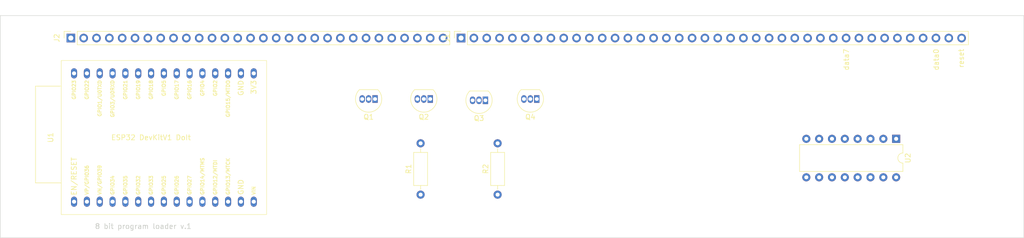
<source format=kicad_pcb>
(kicad_pcb (version 20221018) (generator pcbnew)
  (layers (0 "F.Cu" signal) (31 "B.Cu" signal) (34 "B.Paste" user) (35 "F.Paste" user) (36 "B.SilkS" user "B.Silkscreen") (37 "F.SilkS" user "F.Silkscreen") (38 "B.Mask" user) (39 "F.Mask" user) (44 "Edge.Cuts" user))
  (net 0 "")
  (net 9 "Halt")
  (net 54 "Halt CTL")
  (net 55 "Data7")
  (net 56 "Data6")
  (net 57 "Program CTL")
  (net 58 "Program")
  (net 62 "Data5")
  (net 83 "Data4")
  (net 84 "Data3")
  (net 85 "Data2")
  (net 86 "Data1")
  (net 87 "GND")
  (net 94 "+5V")
  (net 95 "Data0")
  (net 96 "Addr0")
  (net 97 "Addr1")
  (net 98 "Addr2")
  (net 99 "Addr3")
  (net 100 "Reset CTL")
  (net 101 "Write")
  (net 102 "Reset")
  (net 103 "Write CTL")
  (footprint "Package_TO_SOT_THT:TO-92_Inline" (layer "F.Cu") (at 94.234 41.402 180)
    (fp_text reference "Q1" (at 1.27 -3.56) (layer "F.SilkS"))
    (fp_text value "PN2222A")
    (fp_line (start -0.53 1.85) (end 3.07 1.85) (stroke (width 0.12)) (layer "F.SilkS"))
    (fp_arc (start -0.568478 1.838478) (mid -1.132087 -0.994977) (end 1.27 -2.6) (stroke (width 0.12)) (layer "F.SilkS"))
    (fp_arc (start 1.27 -2.6) (mid 3.672087 -0.994977) (end 3.108478 1.838478) (stroke (width 0.12)) (layer "F.SilkS"))
    (pad "1" thru_hole rect (at 0 0 180) (size 1.05 1.5) (drill 0.75) (layers "*.Cu" "*.Mask") (net 9 "Halt"))
    (pad "2" thru_hole oval (at 1.27 0 180) (size 1.05 1.5) (drill 0.75) (layers "*.Cu" "*.Mask") (net 54 "Halt CTL"))
    (pad "3" thru_hole oval (at 2.54 0 180) (size 1.05 1.5) (drill 0.75) (layers "*.Cu" "*.Mask") (net 94 "+5V"))
  )
  (footprint "Connector_PinSocket_2.54mm:PinSocket_1x30_P2.54mm_Vertical" (layer "F.Cu") (at 34.036 29.337 90)
    (fp_text reference "J2" (at 0 -2.77 90) (layer "F.SilkS"))
    (fp_text value "Conn_01x30_Socket")
    (fp_line (start -1.33 1.27) (end -1.33 74.99) (stroke (width 0.12)) (layer "F.SilkS"))
    (fp_line (start -1.33 1.27) (end 1.33 1.27) (stroke (width 0.12)) (layer "F.SilkS"))
    (fp_line (start -1.33 74.99) (end 1.33 74.99) (stroke (width 0.12)) (layer "F.SilkS"))
    (fp_line (start 0 -1.33) (end 1.33 -1.33) (stroke (width 0.12)) (layer "F.SilkS"))
    (fp_line (start 1.33 -1.33) (end 1.33 0) (stroke (width 0.12)) (layer "F.SilkS"))
    (fp_line (start 1.33 1.27) (end 1.33 74.99) (stroke (width 0.12)) (layer "F.SilkS"))
    (pad "1" thru_hole rect (at 0 0 90) (size 1.7 1.7) (drill 1) (layers "*.Cu" "*.Mask") (net 87 "GND"))
    (pad "2" thru_hole oval (at 0 2.54 90) (size 1.7 1.7) (drill 1) (layers "*.Cu" "*.Mask") (net 94 "+5V"))
    (pad "3" thru_hole oval (at 0 5.08 90) (size 1.7 1.7) (drill 1) (layers "*.Cu" "*.Mask"))
    (pad "4" thru_hole oval (at 0 7.62 90) (size 1.7 1.7) (drill 1) (layers "*.Cu" "*.Mask"))
    (pad "5" thru_hole oval (at 0 10.16 90) (size 1.7 1.7) (drill 1) (layers "*.Cu" "*.Mask"))
    (pad "6" thru_hole oval (at 0 12.7 90) (size 1.7 1.7) (drill 1) (layers "*.Cu" "*.Mask") (net 9 "Halt"))
    (pad "7" thru_hole oval (at 0 15.24 90) (size 1.7 1.7) (drill 1) (layers "*.Cu" "*.Mask"))
    (pad "8" thru_hole oval (at 0 17.78 90) (size 1.7 1.7) (drill 1) (layers "*.Cu" "*.Mask"))
    (pad "9" thru_hole oval (at 0 20.32 90) (size 1.7 1.7) (drill 1) (layers "*.Cu" "*.Mask"))
    (pad "10" thru_hole oval (at 0 22.86 90) (size 1.7 1.7) (drill 1) (layers "*.Cu" "*.Mask"))
    (pad "11" thru_hole oval (at 0 25.4 90) (size 1.7 1.7) (drill 1) (layers "*.Cu" "*.Mask"))
    (pad "12" thru_hole oval (at 0 27.94 90) (size 1.7 1.7) (drill 1) (layers "*.Cu" "*.Mask"))
    (pad "13" thru_hole oval (at 0 30.48 90) (size 1.7 1.7) (drill 1) (layers "*.Cu" "*.Mask"))
    (pad "14" thru_hole oval (at 0 33.02 90) (size 1.7 1.7) (drill 1) (layers "*.Cu" "*.Mask") (net 58 "Program"))
    (pad "15" thru_hole oval (at 0 35.56 90) (size 1.7 1.7) (drill 1) (layers "*.Cu" "*.Mask"))
    (pad "16" thru_hole oval (at 0 38.1 90) (size 1.7 1.7) (drill 1) (layers "*.Cu" "*.Mask") (net 96 "Addr0"))
    (pad "17" thru_hole oval (at 0 40.64 90) (size 1.7 1.7) (drill 1) (layers "*.Cu" "*.Mask") (net 97 "Addr1"))
    (pad "18" thru_hole oval (at 0 43.18 90) (size 1.7 1.7) (drill 1) (layers "*.Cu" "*.Mask") (net 98 "Addr2"))
    (pad "19" thru_hole oval (at 0 45.72 90) (size 1.7 1.7) (drill 1) (layers "*.Cu" "*.Mask") (net 99 "Addr3"))
    (pad "20" thru_hole oval (at 0 48.26 90) (size 1.7 1.7) (drill 1) (layers "*.Cu" "*.Mask"))
    (pad "21" thru_hole oval (at 0 50.8 90) (size 1.7 1.7) (drill 1) (layers "*.Cu" "*.Mask"))
    (pad "22" thru_hole oval (at 0 53.34 90) (size 1.7 1.7) (drill 1) (layers "*.Cu" "*.Mask"))
    (pad "23" thru_hole oval (at 0 55.88 90) (size 1.7 1.7) (drill 1) (layers "*.Cu" "*.Mask"))
    (pad "24" thru_hole oval (at 0 58.42 90) (size 1.7 1.7) (drill 1) (layers "*.Cu" "*.Mask"))
    (pad "25" thru_hole oval (at 0 60.96 90) (size 1.7 1.7) (drill 1) (layers "*.Cu" "*.Mask"))
    (pad "26" thru_hole oval (at 0 63.5 90) (size 1.7 1.7) (drill 1) (layers "*.Cu" "*.Mask"))
    (pad "27" thru_hole oval (at 0 66.04 90) (size 1.7 1.7) (drill 1) (layers "*.Cu" "*.Mask"))
    (pad "28" thru_hole oval (at 0 68.58 90) (size 1.7 1.7) (drill 1) (layers "*.Cu" "*.Mask"))
    (pad "29" thru_hole oval (at 0 71.12 90) (size 1.7 1.7) (drill 1) (layers "*.Cu" "*.Mask"))
    (pad "30" thru_hole oval (at 0 73.66 90) (size 1.7 1.7) (drill 1) (layers "*.Cu" "*.Mask"))
  )
  (footprint "Resistor_THT:R_Axial_DIN0207_L6.3mm_D2.5mm_P10.16mm_Horizontal" (layer "F.Cu") (at 118.491 60.325 90)
    (fp_text reference "R2" (at 5.08 -2.37 90) (layer "F.SilkS"))
    (fp_text value "R")
    (fp_line (start 1.04 0) (end 1.81 0) (stroke (width 0.12)) (layer "F.SilkS"))
    (fp_line (start 1.81 -1.37) (end 1.81 1.37) (stroke (width 0.12)) (layer "F.SilkS"))
    (fp_line (start 1.81 1.37) (end 8.35 1.37) (stroke (width 0.12)) (layer "F.SilkS"))
    (fp_line (start 8.35 -1.37) (end 1.81 -1.37) (stroke (width 0.12)) (layer "F.SilkS"))
    (fp_line (start 8.35 1.37) (end 8.35 -1.37) (stroke (width 0.12)) (layer "F.SilkS"))
    (fp_line (start 9.12 0) (end 8.35 0) (stroke (width 0.12)) (layer "F.SilkS"))
    (pad "1" thru_hole circle (at 0 0 90) (size 1.6 1.6) (drill 0.8) (layers "*.Cu" "*.Mask") (net 102 "Reset"))
    (pad "2" thru_hole oval (at 10.16 0 90) (size 1.6 1.6) (drill 0.8) (layers "*.Cu" "*.Mask") (net 87 "GND"))
  )
  (footprint "Package_TO_SOT_THT:TO-92_Inline" (layer "F.Cu") (at 126.238 41.402 180)
    (fp_text reference "Q4" (at 1.27 -3.56) (layer "F.SilkS"))
    (fp_text value "PN2222A")
    (fp_line (start -0.53 1.85) (end 3.07 1.85) (stroke (width 0.12)) (layer "F.SilkS"))
    (fp_arc (start -0.568478 1.838478) (mid -1.132087 -0.994977) (end 1.27 -2.6) (stroke (width 0.12)) (layer "F.SilkS"))
    (fp_arc (start 1.27 -2.6) (mid 3.672087 -0.994977) (end 3.108478 1.838478) (stroke (width 0.12)) (layer "F.SilkS"))
    (pad "1" thru_hole rect (at 0 0 180) (size 1.05 1.5) (drill 0.75) (layers "*.Cu" "*.Mask") (net 102 "Reset"))
    (pad "2" thru_hole oval (at 1.27 0 180) (size 1.05 1.5) (drill 0.75) (layers "*.Cu" "*.Mask") (net 100 "Reset CTL"))
    (pad "3" thru_hole oval (at 2.54 0 180) (size 1.05 1.5) (drill 0.75) (layers "*.Cu" "*.Mask") (net 94 "+5V"))
  )
  (footprint "project:ESP32 DevKitV1 DoIt" (layer "F.Cu") (at 32.131 64.262 90)
    (fp_text reference "U1" (at 15.24 -2.1 90) (layer "F.SilkS"))
    (fp_text value "ESP32 DevKitV1 DoIt" (at 15.24 17.78 180) (layer "F.SilkS"))
    (fp_text user "GPIO35" (at 3.81 12.7 90 unlocked) (layer "F.SilkS") (effects (font (size 0.7 0.7)) (justify left)))
    (fp_text user "GPIO23" (at 26.67 2.54 90 unlocked) (layer "F.SilkS") (effects (font (size 0.7 0.7)) (justify right)))
    (fp_text user "3V3" (at 26.67 38.1 90 unlocked) (layer "F.SilkS") (effects (justify right)))
    (fp_text user "GND" (at 26.66632 35.56 90 unlocked) (layer "F.SilkS") (effects (justify right)))
    (fp_text user "GPIO26" (at 3.81 22.86 90 unlocked) (layer "F.SilkS") (effects (font (size 0.7 0.7)) (justify left)))
    (fp_text user "GPIO18" (at 26.67 17.78 90 unlocked) (layer "F.SilkS") (effects (font (size 0.7 0.7)) (justify right)))
    (fp_text user "GPIO3/U0RXD" (at 26.67 10.16 90 unlocked) (layer "F.SilkS") (effects (font (size 0.7 0.7)) (justify right)))
    (fp_text user "GPIO33" (at 3.81 17.78 90 unlocked) (layer "F.SilkS") (effects (font (size 0.7 0.7)) (justify left)))
    (fp_text user "GND" (at 3.81 35.56 90 unlocked) (layer "F.SilkS") (effects (justify left)))
    (fp_text user "GPIO34" (at 3.81 10.16 90 unlocked) (layer "F.SilkS") (effects (font (size 0.7 0.7)) (justify left)))
    (fp_text user "GPIO15/MTDO" (at 26.67 33.02 90 unlocked) (layer "F.SilkS") (effects (font (size 0.7 0.7)) (justify right)))
    (fp_text user "GPIO19" (at 26.67 15.24 90 unlocked) (layer "F.SilkS") (effects (font (size 0.7 0.7)) (justify right)))
    (fp_text user "GPIO22" (at 26.67 5.08 90 unlocked) (layer "F.SilkS") (effects (font (size 0.7 0.7)) (justify right)))
    (fp_text user "GPIO17" (at 26.67 22.86 90 unlocked) (layer "F.SilkS") (effects (font (size 0.7 0.7)) (justify right)))
    (fp_text user "GPIO5" (at 26.67 20.32 90 unlocked) (layer "F.SilkS") (effects (font (size 0.7 0.7)) (justify right)))
    (fp_text user "GPIO1/U0TXD" (at 26.67 7.62 90 unlocked) (layer "F.SilkS") (effects (font (size 0.7 0.7)) (justify right)))
    (fp_text user "VN/GPIO39" (at 3.81 7.62 90 unlocked) (layer "F.SilkS") (effects (font (size 0.7 0.7)) (justify left)))
    (fp_text user "GPIO27" (at 3.81 25.4 90 unlocked) (layer "F.SilkS") (effects (font (size 0.7 0.7)) (justify left)))
    (fp_text user "GPIO14/MTMS" (at 3.81 27.94 90 unlocked) (layer "F.SilkS") (effects (font (size 0.7 0.7)) (justify left)))
    (fp_text user "GPIO13/MTCK" (at 3.81 33.02 90 unlocked) (layer "F.SilkS") (effects (font (size 0.7 0.7)) (justify left)))
    (fp_text user "GPIO21" (at 26.67 12.7 90 unlocked) (layer "F.SilkS") (effects (font (size 0.7 0.7)) (justify right)))
    (fp_text user "GPIO16" (at 26.67 25.4 90 unlocked) (layer "F.SilkS") (effects (font (size 0.7 0.7)) (justify right)))
    (fp_text user "GPIO32" (at 3.81 15.24 90 unlocked) (layer "F.SilkS") (effects (font (size 0.7 0.7)) (justify left)))
    (fp_text user "VP/GPIO36" (at 3.81 5.08 90 unlocked) (layer "F.SilkS") (effects (font (size 0.7 0.7)) (justify left)))
    (fp_text user "GPIO25" (at 3.81 20.32 90 unlocked) (layer "F.SilkS") (effects (font (size 0.7 0.7)) (justify left)))
    (fp_text user "VIN" (at 3.81 38.1 90 unlocked) (layer "F.SilkS") (effects (font (size 0.7 0.7)) (justify left)))
    (fp_text user "GPIO2" (at 26.67 30.48 90 unlocked) (layer "F.SilkS") (effects (font (size 0.7 0.7)) (justify right)))
    (fp_text user "GPIO4" (at 26.67 27.94 90 unlocked) (layer "F.SilkS") (effects (font (size 0.7 0.7)) (justify right)))
    (fp_text user "GPIO12/MTDI" (at 3.81 30.48 90 unlocked) (layer "F.SilkS") (effects (font (size 0.7 0.7)) (justify left)))
    (fp_text user "EN/RESET" (at 11.42632 2.53728 90 unlocked) (layer "F.SilkS") (effects (justify right)))
    (fp_line (start 6.27012 -5.08) (end 25.4 -5.08) (stroke (width 0.12)) (layer "F.SilkS"))
    (fp_line (start 6.27012 0) (end 6.27012 -5.08) (stroke (width 0.12)) (layer "F.SilkS"))
    (fp_line (start 25.4 0) (end 25.4 -5.08) (stroke (width 0.12)) (layer "F.SilkS"))
    (fp_rect (start 0 0) (end 30.48 40.64) (stroke (width 0.1)) (fill none) (layer "F.SilkS"))
    (pad "1" thru_hole oval (at 2.54 2.54) (size 1.2 2) (drill 0.8) (layers "*.Cu" "*.Mask"))
    (pad "2" thru_hole oval (at 2.54 5.08) (size 1.2 2) (drill 0.8) (layers "*.Cu" "*.Mask"))
    (pad "3" thru_hole oval (at 2.54 7.62) (size 1.2 2) (drill 0.8) (layers "*.Cu" "*.Mask"))
    (pad "4" thru_hole oval (at 2.54 10.16) (size 1.2 2) (drill 0.8) (layers "*.Cu" "*.Mask"))
    (pad "5" thru_hole oval (at 2.54 12.7) (size 1.2 2) (drill 0.8) (layers "*.Cu" "*.Mask"))
    (pad "6" thru_hole oval (at 2.54 15.24) (size 1.2 2) (drill 0.8) (layers "*.Cu" "*.Mask") (net 103 "Write CTL"))
    (pad "7" thru_hole oval (at 2.54 17.78) (size 1.2 2) (drill 0.8) (layers "*.Cu" "*.Mask") (net 99 "Addr3"))
    (pad "8" thru_hole oval (at 2.54 20.32) (size 1.2 2) (drill 0.8) (layers "*.Cu" "*.Mask"))
    (pad "9" thru_hole oval (at 2.54 22.86) (size 1.2 2) (drill 0.8) (layers "*.Cu" "*.Mask"))
    (pad "10" thru_hole oval (at 2.54 25.4) (size 1.2 2) (drill 0.8) (layers "*.Cu" "*.Mask"))
    (pad "11" thru_hole oval (at 2.54 27.94) (size 1.2 2) (drill 0.8) (layers "*.Cu" "*.Mask") (net 100 "Reset CTL"))
    (pad "12" thru_hole oval (at 2.54 30.48) (size 1.2 2) (drill 0.8) (layers "*.Cu" "*.Mask") (net 57 "Program CTL"))
    (pad "13" thru_hole oval (at 2.54 33.02) (size 1.2 2) (drill 0.8) (layers "*.Cu" "*.Mask") (net 54 "Halt CTL"))
    (pad "14" thru_hole oval (at 2.54 35.56) (size 1.2 2) (drill 0.8) (layers "*.Cu" "*.Mask") (net 87 "GND"))
    (pad "15" thru_hole oval (at 2.54 38.1) (size 1.2 2) (drill 0.8) (layers "*.Cu" "*.Mask") (net 94 "+5V"))
    (pad "16" thru_hole oval (at 27.94 38.1) (size 1.2 2) (drill 0.8) (layers "*.Cu" "*.Mask"))
    (pad "17" thru_hole oval (at 27.94 35.56) (size 1.2 2) (drill 0.8) (layers "*.Cu" "*.Mask"))
    (pad "18" thru_hole oval (at 27.94 33.02) (size 1.2 2) (drill 0.8) (layers "*.Cu" "*.Mask"))
    (pad "19" thru_hole oval (at 27.94 30.48) (size 1.2 2) (drill 0.8) (layers "*.Cu" "*.Mask"))
    (pad "20" thru_hole oval (at 27.94 27.94) (size 1.2 2) (drill 0.8) (layers "*.Cu" "*.Mask"))
    (pad "21" thru_hole oval (at 27.94 25.4) (size 1.2 2) (drill 0.8) (layers "*.Cu" "*.Mask"))
    (pad "22" thru_hole oval (at 27.94 22.86) (size 1.2 2) (drill 0.8) (layers "*.Cu" "*.Mask"))
    (pad "23" thru_hole oval (at 27.94 20.32) (size 1.2 2) (drill 0.8) (layers "*.Cu" "*.Mask"))
    (pad "24" thru_hole oval (at 27.94 17.78) (size 1.2 2) (drill 0.8) (layers "*.Cu" "*.Mask"))
    (pad "25" thru_hole oval (at 27.94 15.24) (size 1.2 2) (drill 0.8) (layers "*.Cu" "*.Mask") (net 98 "Addr2"))
    (pad "26" thru_hole oval (at 27.94 12.7) (size 1.2 2) (drill 0.8) (layers "*.Cu" "*.Mask") (net 97 "Addr1"))
    (pad "27" thru_hole oval (at 27.94 10.16) (size 1.2 2) (drill 0.8) (layers "*.Cu" "*.Mask") (net 96 "Addr0"))
    (pad "28" thru_hole oval (at 27.94 7.62) (size 1.2 2) (drill 0.8) (layers "*.Cu" "*.Mask"))
    (pad "29" thru_hole oval (at 27.94 5.08) (size 1.2 2) (drill 0.8) (layers "*.Cu" "*.Mask"))
    (pad "30" thru_hole oval (at 27.94 2.54) (size 1.2 2) (drill 0.8) (layers "*.Cu" "*.Mask"))
  )
  (footprint "Connector_PinSocket_2.54mm:PinSocket_1x40_P2.54mm_Vertical" (layer "F.Cu") (at 111.252 29.337 90)
    (fp_text reference "J1" (at 0 -2.77 90) (layer "F.SilkS"))
    (fp_text value "Conn_01x40_Socket")
    (fp_line (start -1.33 1.27) (end -1.33 100.39) (stroke (width 0.12)) (layer "F.SilkS"))
    (fp_line (start -1.33 1.27) (end 1.33 1.27) (stroke (width 0.12)) (layer "F.SilkS"))
    (fp_line (start -1.33 100.39) (end 1.33 100.39) (stroke (width 0.12)) (layer "F.SilkS"))
    (fp_line (start 0 -1.33) (end 1.33 -1.33) (stroke (width 0.12)) (layer "F.SilkS"))
    (fp_line (start 1.33 -1.33) (end 1.33 0) (stroke (width 0.12)) (layer "F.SilkS"))
    (fp_line (start 1.33 1.27) (end 1.33 100.39) (stroke (width 0.12)) (layer "F.SilkS"))
    (pad "1" thru_hole rect (at 0 0 90) (size 1.7 1.7) (drill 1) (layers "*.Cu" "*.Mask"))
    (pad "2" thru_hole oval (at 0 2.54 90) (size 1.7 1.7) (drill 1) (layers "*.Cu" "*.Mask"))
    (pad "3" thru_hole oval (at 0 5.08 90) (size 1.7 1.7) (drill 1) (layers "*.Cu" "*.Mask"))
    (pad "4" thru_hole oval (at 0 7.62 90) (size 1.7 1.7) (drill 1) (layers "*.Cu" "*.Mask"))
    (pad "5" thru_hole oval (at 0 10.16 90) (size 1.7 1.7) (drill 1) (layers "*.Cu" "*.Mask"))
    (pad "6" thru_hole oval (at 0 12.7 90) (size 1.7 1.7) (drill 1) (layers "*.Cu" "*.Mask"))
    (pad "7" thru_hole oval (at 0 15.24 90) (size 1.7 1.7) (drill 1) (layers "*.Cu" "*.Mask"))
    (pad "8" thru_hole oval (at 0 17.78 90) (size 1.7 1.7) (drill 1) (layers "*.Cu" "*.Mask"))
    (pad "9" thru_hole oval (at 0 20.32 90) (size 1.7 1.7) (drill 1) (layers "*.Cu" "*.Mask"))
    (pad "10" thru_hole oval (at 0 22.86 90) (size 1.7 1.7) (drill 1) (layers "*.Cu" "*.Mask"))
    (pad "11" thru_hole oval (at 0 25.4 90) (size 1.7 1.7) (drill 1) (layers "*.Cu" "*.Mask"))
    (pad "12" thru_hole oval (at 0 27.94 90) (size 1.7 1.7) (drill 1) (layers "*.Cu" "*.Mask"))
    (pad "13" thru_hole oval (at 0 30.48 90) (size 1.7 1.7) (drill 1) (layers "*.Cu" "*.Mask"))
    (pad "14" thru_hole oval (at 0 33.02 90) (size 1.7 1.7) (drill 1) (layers "*.Cu" "*.Mask"))
    (pad "15" thru_hole oval (at 0 35.56 90) (size 1.7 1.7) (drill 1) (layers "*.Cu" "*.Mask"))
    (pad "16" thru_hole oval (at 0 38.1 90) (size 1.7 1.7) (drill 1) (layers "*.Cu" "*.Mask"))
    (pad "17" thru_hole oval (at 0 40.64 90) (size 1.7 1.7) (drill 1) (layers "*.Cu" "*.Mask"))
    (pad "18" thru_hole oval (at 0 43.18 90) (size 1.7 1.7) (drill 1) (layers "*.Cu" "*.Mask"))
    (pad "19" thru_hole oval (at 0 45.72 90) (size 1.7 1.7) (drill 1) (layers "*.Cu" "*.Mask"))
    (pad "20" thru_hole oval (at 0 48.26 90) (size 1.7 1.7) (drill 1) (layers "*.Cu" "*.Mask"))
    (pad "21" thru_hole oval (at 0 50.8 90) (size 1.7 1.7) (drill 1) (layers "*.Cu" "*.Mask"))
    (pad "22" thru_hole oval (at 0 53.34 90) (size 1.7 1.7) (drill 1) (layers "*.Cu" "*.Mask"))
    (pad "23" thru_hole oval (at 0 55.88 90) (size 1.7 1.7) (drill 1) (layers "*.Cu" "*.Mask"))
    (pad "24" thru_hole oval (at 0 58.42 90) (size 1.7 1.7) (drill 1) (layers "*.Cu" "*.Mask"))
    (pad "25" thru_hole oval (at 0 60.96 90) (size 1.7 1.7) (drill 1) (layers "*.Cu" "*.Mask"))
    (pad "26" thru_hole oval (at 0 63.5 90) (size 1.7 1.7) (drill 1) (layers "*.Cu" "*.Mask"))
    (pad "27" thru_hole oval (at 0 66.04 90) (size 1.7 1.7) (drill 1) (layers "*.Cu" "*.Mask"))
    (pad "28" thru_hole oval (at 0 68.58 90) (size 1.7 1.7) (drill 1) (layers "*.Cu" "*.Mask"))
    (pad "29" thru_hole oval (at 0 71.12 90) (size 1.7 1.7) (drill 1) (layers "*.Cu" "*.Mask"))
    (pad "30" thru_hole oval (at 0 73.66 90) (size 1.7 1.7) (drill 1) (layers "*.Cu" "*.Mask"))
    (pad "31" thru_hole oval (at 0 76.2 90) (size 1.7 1.7) (drill 1) (layers "*.Cu" "*.Mask") (net 55 "Data7"))
    (pad "32" thru_hole oval (at 0 78.74 90) (size 1.7 1.7) (drill 1) (layers "*.Cu" "*.Mask") (net 56 "Data6"))
    (pad "33" thru_hole oval (at 0 81.28 90) (size 1.7 1.7) (drill 1) (layers "*.Cu" "*.Mask") (net 62 "Data5"))
    (pad "34" thru_hole oval (at 0 83.82 90) (size 1.7 1.7) (drill 1) (layers "*.Cu" "*.Mask") (net 83 "Data4"))
    (pad "35" thru_hole oval (at 0 86.36 90) (size 1.7 1.7) (drill 1) (layers "*.Cu" "*.Mask") (net 84 "Data3"))
    (pad "36" thru_hole oval (at 0 88.9 90) (size 1.7 1.7) (drill 1) (layers "*.Cu" "*.Mask") (net 85 "Data2"))
    (pad "37" thru_hole oval (at 0 91.44 90) (size 1.7 1.7) (drill 1) (layers "*.Cu" "*.Mask") (net 86 "Data1"))
    (pad "38" thru_hole oval (at 0 93.98 90) (size 1.7 1.7) (drill 1) (layers "*.Cu" "*.Mask") (net 95 "Data0"))
    (pad "39" thru_hole oval (at 0 96.52 90) (size 1.7 1.7) (drill 1) (layers "*.Cu" "*.Mask"))
    (pad "40" thru_hole oval (at 0 99.06 90) (size 1.7 1.7) (drill 1) (layers "*.Cu" "*.Mask"))
  )
  (footprint "Package_DIP:DIP-16_W7.62mm" (layer "F.Cu") (at 197.358 49.276 -90)
    (fp_text reference "U2" (at 3.81 -2.33 90) (layer "F.SilkS"))
    (fp_text value "74HC595")
    (fp_line (start 1.16 -1.33) (end 1.16 19.11) (stroke (width 0.12)) (layer "F.SilkS"))
    (fp_line (start 1.16 19.11) (end 6.46 19.11) (stroke (width 0.12)) (layer "F.SilkS"))
    (fp_line (start 2.81 -1.33) (end 1.16 -1.33) (stroke (width 0.12)) (layer "F.SilkS"))
    (fp_line (start 6.46 -1.33) (end 4.81 -1.33) (stroke (width 0.12)) (layer "F.SilkS"))
    (fp_line (start 6.46 19.11) (end 6.46 -1.33) (stroke (width 0.12)) (layer "F.SilkS"))
    (fp_arc (start 4.81 -1.33) (mid 3.81 -0.33) (end 2.81 -1.33) (stroke (width 0.12)) (layer "F.SilkS"))
    (pad "1" thru_hole rect (at 0 0 270) (size 1.6 1.6) (drill 0.8) (layers "*.Cu" "*.Mask") (net 86 "Data1"))
    (pad "2" thru_hole oval (at 0 2.54 270) (size 1.6 1.6) (drill 0.8) (layers "*.Cu" "*.Mask") (net 85 "Data2"))
    (pad "3" thru_hole oval (at 0 5.08 270) (size 1.6 1.6) (drill 0.8) (layers "*.Cu" "*.Mask") (net 84 "Data3"))
    (pad "4" thru_hole oval (at 0 7.62 270) (size 1.6 1.6) (drill 0.8) (layers "*.Cu" "*.Mask") (net 83 "Data4"))
    (pad "5" thru_hole oval (at 0 10.16 270) (size 1.6 1.6) (drill 0.8) (layers "*.Cu" "*.Mask") (net 62 "Data5"))
    (pad "6" thru_hole oval (at 0 12.7 270) (size 1.6 1.6) (drill 0.8) (layers "*.Cu" "*.Mask") (net 56 "Data6"))
    (pad "7" thru_hole oval (at 0 15.24 270) (size 1.6 1.6) (drill 0.8) (layers "*.Cu" "*.Mask") (net 55 "Data7"))
    (pad "8" thru_hole oval (at 0 17.78 270) (size 1.6 1.6) (drill 0.8) (layers "*.Cu" "*.Mask") (net 87 "GND"))
    (pad "9" thru_hole oval (at 7.62 17.78 270) (size 1.6 1.6) (drill 0.8) (layers "*.Cu" "*.Mask"))
    (pad "10" thru_hole oval (at 7.62 15.24 270) (size 1.6 1.6) (drill 0.8) (layers "*.Cu" "*.Mask"))
    (pad "11" thru_hole oval (at 7.62 12.7 270) (size 1.6 1.6) (drill 0.8) (layers "*.Cu" "*.Mask"))
    (pad "12" thru_hole oval (at 7.62 10.16 270) (size 1.6 1.6) (drill 0.8) (layers "*.Cu" "*.Mask"))
    (pad "13" thru_hole oval (at 7.62 7.62 270) (size 1.6 1.6) (drill 0.8) (layers "*.Cu" "*.Mask"))
    (pad "14" thru_hole oval (at 7.62 5.08 270) (size 1.6 1.6) (drill 0.8) (layers "*.Cu" "*.Mask"))
    (pad "15" thru_hole oval (at 7.62 2.54 270) (size 1.6 1.6) (drill 0.8) (layers "*.Cu" "*.Mask") (net 95 "Data0"))
    (pad "16" thru_hole oval (at 7.62 0 270) (size 1.6 1.6) (drill 0.8) (layers "*.Cu" "*.Mask") (net 94 "+5V"))
  )
  (footprint "Package_TO_SOT_THT:TO-92_Inline" (layer "F.Cu") (at 105.156 41.402 180)
    (fp_text reference "Q2" (at 1.27 -3.56) (layer "F.SilkS"))
    (fp_text value "PN2222A")
    (fp_line (start -0.53 1.85) (end 3.07 1.85) (stroke (width 0.12)) (layer "F.SilkS"))
    (fp_arc (start -0.568478 1.838478) (mid -1.132087 -0.994977) (end 1.27 -2.6) (stroke (width 0.12)) (layer "F.SilkS"))
    (fp_arc (start 1.27 -2.6) (mid 3.672087 -0.994977) (end 3.108478 1.838478) (stroke (width 0.12)) (layer "F.SilkS"))
    (pad "1" thru_hole rect (at 0 0 180) (size 1.05 1.5) (drill 0.75) (layers "*.Cu" "*.Mask") (net 87 "GND"))
    (pad "2" thru_hole oval (at 1.27 0 180) (size 1.05 1.5) (drill 0.75) (layers "*.Cu" "*.Mask") (net 57 "Program CTL"))
    (pad "3" thru_hole oval (at 2.54 0 180) (size 1.05 1.5) (drill 0.75) (layers "*.Cu" "*.Mask") (net 58 "Program"))
  )
  (footprint "Package_TO_SOT_THT:TO-92_Inline" (layer "F.Cu") (at 116.078 41.656 180)
    (fp_text reference "Q3" (at 1.27 -3.56) (layer "F.SilkS"))
    (fp_text value "PN2222A")
    (fp_line (start -0.53 1.85) (end 3.07 1.85) (stroke (width 0.12)) (layer "F.SilkS"))
    (fp_arc (start -0.568478 1.838478) (mid -1.132087 -0.994977) (end 1.27 -2.6) (stroke (width 0.12)) (layer "F.SilkS"))
    (fp_arc (start 1.27 -2.6) (mid 3.672087 -0.994977) (end 3.108478 1.838478) (stroke (width 0.12)) (layer "F.SilkS"))
    (pad "1" thru_hole rect (at 0 0 180) (size 1.05 1.5) (drill 0.75) (layers "*.Cu" "*.Mask") (net 87 "GND"))
    (pad "2" thru_hole oval (at 1.27 0 180) (size 1.05 1.5) (drill 0.75) (layers "*.Cu" "*.Mask"))
    (pad "3" thru_hole oval (at 2.54 0 180) (size 1.05 1.5) (drill 0.75) (layers "*.Cu" "*.Mask") (net 101 "Write"))
  )
  (footprint "Resistor_THT:R_Axial_DIN0207_L6.3mm_D2.5mm_P10.16mm_Horizontal" (layer "F.Cu") (at 103.251 60.325 90)
    (fp_text reference "R1" (at 5.08 -2.37 90) (layer "F.SilkS"))
    (fp_text value "R")
    (fp_line (start 1.04 0) (end 1.81 0) (stroke (width 0.12)) (layer "F.SilkS"))
    (fp_line (start 1.81 -1.37) (end 1.81 1.37) (stroke (width 0.12)) (layer "F.SilkS"))
    (fp_line (start 1.81 1.37) (end 8.35 1.37) (stroke (width 0.12)) (layer "F.SilkS"))
    (fp_line (start 8.35 -1.37) (end 1.81 -1.37) (stroke (width 0.12)) (layer "F.SilkS"))
    (fp_line (start 8.35 1.37) (end 8.35 -1.37) (stroke (width 0.12)) (layer "F.SilkS"))
    (fp_line (start 9.12 0) (end 8.35 0) (stroke (width 0.12)) (layer "F.SilkS"))
    (pad "1" thru_hole circle (at 0 0 90) (size 1.6 1.6) (drill 0.8) (layers "*.Cu" "*.Mask") (net 58 "Program"))
    (pad "2" thru_hole oval (at 10.16 0 90) (size 1.6 1.6) (drill 0.8) (layers "*.Cu" "*.Mask") (net 94 "+5V"))
  )
  (gr_rect (start 20.066 24.892) (end 222.631 68.834) (stroke (width 0.1)) (fill none) (layer "Edge.Cuts"))
  (gr_text "data7" (at 188.087 35.814 90) (layer "F.SilkS") (effects (font (size 1 1)) (justify left bottom)))
  (gr_text "reset" (at 210.82 35.306 90) (layer "F.SilkS") (effects (font (size 1 1)) (justify left bottom)))
  (gr_text "data0" (at 205.867 35.814 90) (layer "F.SilkS") (effects (font (size 1 1)) (justify left bottom)))
  (gr_text "8 bit program loader v.1" (at 38.735 67.183) (layer "Edge.Cuts") (effects (font (size 1 1)) (justify left bottom)))
)
</source>
